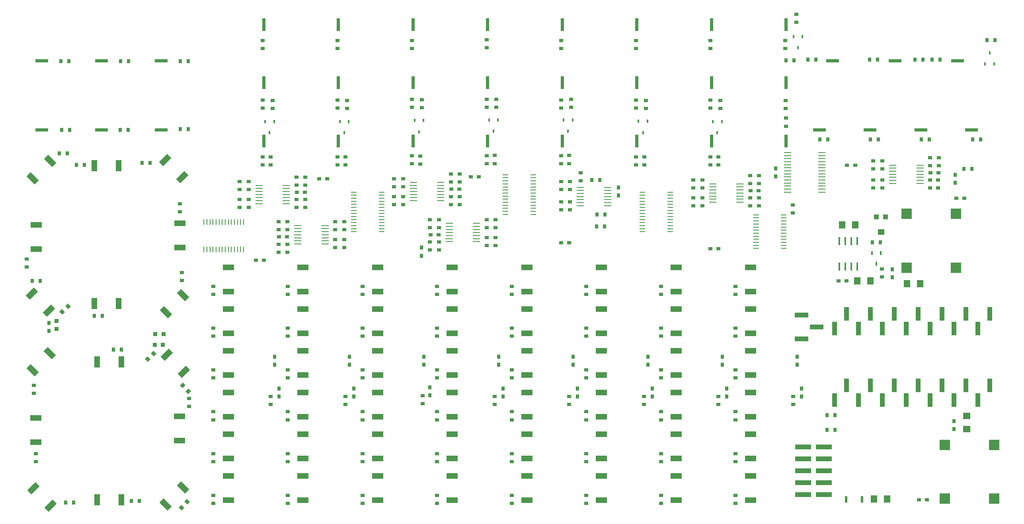
<source format=gbr>
G04 DipTrace 3.3.1.1*
G04 BottomPaste.gbr*
%MOIN*%
G04 #@! TF.FileFunction,Paste,Bot*
G04 #@! TF.Part,Single*
%AMOUTLINE2*
4,1,4,
0.017717,0.015748,
0.017717,-0.015748,
-0.017717,-0.015748,
-0.017717,0.015748,
0.017717,0.015748,
0*%
%AMOUTLINE5*
4,1,4,
0.015748,-0.017717,
-0.015748,-0.017717,
-0.015748,0.017717,
0.015748,0.017717,
0.015748,-0.017717,
0*%
%AMOUTLINE8*
4,1,4,
-0.017717,-0.015748,
-0.017717,0.015748,
0.017717,0.015748,
0.017717,-0.015748,
-0.017717,-0.015748,
0*%
%AMOUTLINE11*
4,1,4,
-0.001392,-0.023663,
-0.023663,-0.001392,
0.001392,0.023663,
0.023663,0.001392,
-0.001392,-0.023663,
0*%
%AMOUTLINE14*
4,1,4,
0.023663,-0.001392,
0.001392,-0.023663,
-0.023663,0.001392,
-0.001392,0.023663,
0.023663,-0.001392,
0*%
%AMOUTLINE17*
4,1,4,
-0.023663,0.001392,
-0.001392,0.023663,
0.023663,-0.001392,
0.001392,-0.023663,
-0.023663,0.001392,
0*%
%AMOUTLINE26*
4,1,4,
-0.016703,-0.050109,
-0.050109,-0.016703,
0.016703,0.050109,
0.050109,0.016703,
-0.016703,-0.050109,
0*%
%AMOUTLINE29*
4,1,0,
0.012352,0.0,
0*%
%AMOUTLINE32*
4,1,0,
0.0,0.012352,
0*%
%AMOUTLINE254*
4,1,4,
-0.050109,0.016703,
-0.016703,0.050109,
0.050109,-0.016703,
0.016703,-0.050109,
-0.050109,0.016703,
0*%
%AMOUTLINE257*
4,1,4,
0.050109,-0.016703,
0.016703,-0.050109,
-0.050109,0.016703,
-0.016703,0.050109,
0.050109,-0.016703,
0*%
%ADD68R,0.047244X0.094488*%
%ADD70R,0.094488X0.047244*%
%ADD72O,0.0X0.025591*%
%ADD74O,0.025591X0.0*%
%ADD76R,0.042126X0.117323*%
%ADD78R,0.062992X0.007874*%
%ADD80R,0.015748X0.070866*%
%ADD82R,0.090551X0.090551*%
%ADD88R,0.055118X0.051181*%
%ADD90R,0.03937X0.03937*%
%ADD92R,0.015748X0.031496*%
%ADD94R,0.017717X0.033465*%
%ADD96R,0.117323X0.042126*%
%ADD98R,0.137008X0.042126*%
%ADD100R,0.031496X0.110236*%
%ADD102R,0.110236X0.031496*%
%ADD108R,0.009843X0.050197*%
%ADD110R,0.047244X0.003937*%
%ADD112R,0.003937X0.047244*%
%ADD114R,0.003937X0.025591*%
%ADD116R,0.050197X0.009843*%
%ADD121R,0.023622X0.055118*%
%ADD123R,0.035433X0.031496*%
%ADD125R,0.055118X0.062992*%
%ADD127R,0.031496X0.035433*%
%ADD129R,0.062992X0.055118*%
%ADD136OUTLINE2*%
%ADD139OUTLINE5*%
%ADD142OUTLINE8*%
%ADD145OUTLINE11*%
%ADD148OUTLINE14*%
%ADD151OUTLINE17*%
%ADD160OUTLINE26*%
%ADD163OUTLINE29*%
%ADD166OUTLINE32*%
%ADD388OUTLINE254*%
%ADD391OUTLINE257*%
%FSLAX26Y26*%
G04*
G70*
G90*
G75*
G01*
G04 BotPaste*
%LPD*%
D129*
X-358021Y1056251D3*
Y1166487D3*
D127*
X-464272Y1056252D3*
Y1123181D3*
D125*
X-856890Y2276134D3*
X-746654D3*
D127*
X-980807Y2329037D3*
Y2395966D3*
D125*
X-1399606Y2769686D3*
X-1289370D3*
D123*
X-689272Y462501D3*
X-756201D3*
D125*
X-1133021Y468752D3*
X-1022785D3*
D127*
X-1958021Y3243751D3*
Y3176822D3*
D123*
X-1429528Y2301526D3*
X-1362598D3*
D127*
X-453346Y3122786D3*
Y3189715D3*
D123*
X-376772Y2993751D3*
X-443701D3*
D125*
X-1273228Y2301576D3*
X-1162992D3*
D127*
X-6153004Y1597276D3*
Y1664205D3*
X-5528004Y1597276D3*
Y1664205D3*
X-4903004Y1597276D3*
Y1664205D3*
X-4278004Y1597276D3*
Y1664205D3*
X-3653004Y1597276D3*
Y1664205D3*
X-3028004Y1597276D3*
Y1664205D3*
X-2403004Y1597276D3*
Y1664205D3*
X-1778004Y1597276D3*
Y1664205D3*
X-8042348Y1881462D3*
Y1948391D3*
D136*
X-7151772Y1854627D3*
X-7084843D3*
D127*
X-6115504Y1397276D3*
Y1330346D3*
X-5490504Y1397276D3*
Y1330346D3*
X-4851772Y1406251D3*
Y1339322D3*
X-4240504Y1397276D3*
Y1330346D3*
X-3615504Y1397276D3*
Y1330346D3*
X-2990504Y1397276D3*
Y1330346D3*
X-2365504Y1397276D3*
Y1330346D3*
X-1740504Y1397276D3*
Y1330346D3*
X-4923228Y2578741D3*
Y2511812D3*
D123*
X-3753986Y2618751D3*
X-3687056D3*
X-4510236Y3175001D3*
X-4443307D3*
X-2437056Y2568751D3*
X-2503986D3*
X-6243307Y2475000D3*
X-6310236D3*
X-5778987Y3156252D3*
X-5712058D3*
X-1358268Y3269686D3*
X-1291339D3*
X-4672736Y3068752D3*
X-4605807D3*
D127*
X-3271654Y3017718D3*
Y3084647D3*
D123*
X-4780807Y2687500D3*
X-4847736D3*
X-2166487Y3056252D3*
X-2099558D3*
X-5966486Y3043751D3*
X-5899556D3*
X-6049558Y2668751D3*
X-6116487D3*
X-659843Y3206252D3*
X-592913D3*
D139*
X-7979356Y1897210D3*
Y1964139D3*
D142*
X-7158022Y1762501D3*
X-7091093D3*
D121*
X-1234154Y467619D3*
X-1368012D3*
D116*
X-1889764Y2854332D3*
Y2828741D3*
Y2803151D3*
Y2777560D3*
Y2751970D3*
Y2726379D3*
Y2700789D3*
Y2675198D3*
Y2649608D3*
Y2624017D3*
Y2598427D3*
Y2572836D3*
X-2121102D3*
Y2598427D3*
Y2624017D3*
Y2649608D3*
Y2675198D3*
Y2700789D3*
Y2726379D3*
Y2751970D3*
Y2777560D3*
Y2803151D3*
Y2828741D3*
Y2854332D3*
D114*
X-1626772Y1050001D3*
X-1646457D3*
X-1666142D3*
X-1685827D3*
Y1174017D3*
X-1666142D3*
X-1646457D3*
X-1626772D3*
D112*
X-4937402Y2663387D3*
X-4957087D3*
X-4976772D3*
X-4996457D3*
X-5016142D3*
Y2836615D3*
X-4996457D3*
X-4976772D3*
X-4957087D3*
X-4937402D3*
D110*
X-3811024Y2710631D3*
Y2730316D3*
Y2750001D3*
Y2769686D3*
Y2789371D3*
X-3637795D3*
Y2769686D3*
Y2750001D3*
Y2730316D3*
Y2710631D3*
D112*
X-4516142Y3099114D3*
X-4496457D3*
X-4476772D3*
X-4457087D3*
X-4437402D3*
Y2925886D3*
X-4457087D3*
X-4476772D3*
X-4496457D3*
X-4516142D3*
X-2424902Y2650888D3*
X-2444587D3*
X-2464272D3*
X-2483957D3*
X-2503642D3*
Y2824117D3*
X-2483957D3*
X-2464272D3*
X-2444587D3*
X-2424902D3*
X-6231151Y2632138D3*
X-6250836D3*
X-6270521D3*
X-6290206D3*
X-6309891D3*
Y2805366D3*
X-6290206D3*
X-6270521D3*
X-6250836D3*
X-6231151D3*
X-5784892Y3080365D3*
X-5765207D3*
X-5745522D3*
X-5725837D3*
X-5706152D3*
Y2907136D3*
X-5725837D3*
X-5745522D3*
X-5765207D3*
X-5784892D3*
X-1368260Y3175642D3*
X-1348575D3*
X-1328890D3*
X-1309205D3*
X-1289520D3*
Y3002413D3*
X-1309205D3*
X-1328890D3*
X-1348575D3*
X-1368260D3*
D116*
X-5489272Y2712501D3*
Y2738092D3*
Y2763682D3*
Y2789273D3*
Y2814864D3*
Y2840454D3*
Y2866045D3*
Y2891635D3*
Y2917226D3*
Y2942816D3*
Y2968407D3*
Y2993997D3*
Y3019588D3*
Y3045178D3*
X-5257933D3*
Y3019588D3*
Y2993997D3*
Y2968407D3*
Y2942816D3*
Y2917226D3*
Y2891635D3*
Y2866045D3*
Y2840454D3*
Y2814864D3*
Y2789273D3*
Y2763682D3*
Y2738092D3*
Y2712501D3*
X-4218504Y2858269D3*
Y2883860D3*
Y2909450D3*
Y2935041D3*
Y2960631D3*
Y2986222D3*
Y3011812D3*
Y3037403D3*
Y3062993D3*
Y3088584D3*
Y3114175D3*
Y3139765D3*
Y3165356D3*
Y3190946D3*
X-3987165D3*
Y3165356D3*
Y3139765D3*
Y3114175D3*
Y3088584D3*
Y3062993D3*
Y3037403D3*
Y3011812D3*
Y2986222D3*
Y2960631D3*
Y2935041D3*
Y2909450D3*
Y2883860D3*
Y2858269D3*
X-3072835Y2712600D3*
Y2738190D3*
Y2763781D3*
Y2789371D3*
Y2814962D3*
Y2840552D3*
Y2866143D3*
Y2891734D3*
Y2917324D3*
Y2942915D3*
Y2968505D3*
Y2994096D3*
Y3019686D3*
Y3045277D3*
X-2841496D3*
Y3019686D3*
Y2994096D3*
Y2968505D3*
Y2942915D3*
Y2917324D3*
Y2891734D3*
Y2866143D3*
Y2840552D3*
Y2814962D3*
Y2789371D3*
Y2763781D3*
Y2738190D3*
Y2712600D3*
D108*
X-6745521Y2793751D3*
X-6719930D3*
X-6694340D3*
X-6668749D3*
X-6643159D3*
X-6617568D3*
X-6591978D3*
X-6566387D3*
X-6540797D3*
X-6515206D3*
X-6489615D3*
X-6464025D3*
X-6438434D3*
X-6412844D3*
Y2562412D3*
X-6438434D3*
X-6464025D3*
X-6489615D3*
X-6515206D3*
X-6540797D3*
X-6566387D3*
X-6591978D3*
X-6617568D3*
X-6643159D3*
X-6668749D3*
X-6694340D3*
X-6719930D3*
X-6745521D3*
D102*
X-1590354Y3566930D3*
X-740353D3*
X-8101772Y4147639D3*
Y3566930D3*
X-7601772Y4147639D3*
Y3566930D3*
D100*
X-6243996Y3962501D3*
X-5618996D3*
X-4993996D3*
X-4368996D3*
X-6243996Y4450001D3*
X-5618996D3*
X-4993996D3*
X-4368996D3*
D102*
X-1165354Y3566930D3*
X-315353D3*
X-1480118Y4147639D3*
X-956693D3*
X-7101772D3*
Y3566930D3*
D100*
X-3743996Y3962501D3*
X-3118996D3*
X-2493996D3*
X-1868996D3*
X-3743996Y4450001D3*
X-3118996D3*
X-2493996D3*
X-1868996D3*
X-6243996Y3475001D3*
X-5618996D3*
X-4993996D3*
X-4368996D3*
X-3743996D3*
X-3118996D3*
X-2493996D3*
X-1868996D3*
D102*
X-433268Y4147639D3*
D98*
X-1551770Y906252D3*
Y806252D3*
Y706252D3*
Y606252D3*
Y506252D3*
X-1726573D3*
Y606252D3*
Y706252D3*
Y806252D3*
Y906252D3*
D96*
X-1739272Y2012501D3*
X-1614075Y1912501D3*
X-1739272Y1812501D3*
D94*
X-1151575Y2533466D3*
X-1076772D3*
X-1114173Y2442915D3*
D92*
X-6233021Y3637501D3*
X-6157824D3*
X-6195423Y3543013D3*
X-5608021Y3637501D3*
X-5532824D3*
X-5570423Y3543013D3*
X-4980806Y3645967D3*
X-4905609D3*
X-4943207Y3551479D3*
X-4358021Y3650001D3*
X-4282824D3*
X-4320423Y3555513D3*
X-3733021Y3650001D3*
X-3657824D3*
X-3695423Y3555513D3*
X-3105807Y3639717D3*
X-3030610D3*
X-3068209Y3545228D3*
X-2483022Y3637501D3*
X-2407825D3*
X-2445424Y3543013D3*
X-1808021Y4350001D3*
X-1732824D3*
X-1770423Y4255513D3*
X-126772Y4118752D3*
X-201969D3*
X-164370Y4213240D3*
D123*
X-1814272Y2868751D3*
Y2935680D3*
D127*
X-1526772Y1050001D3*
X-1459843D3*
X-1526772Y1175001D3*
X-1459843D3*
D123*
X-6251772Y3275001D3*
Y3341930D3*
X-5626772Y3275001D3*
Y3341930D3*
X-5001772Y3283072D3*
Y3350001D3*
X-4376772Y3283072D3*
Y3350001D3*
X-1064961Y2332678D3*
Y2399608D3*
D127*
X-1145669Y2624017D3*
X-1078740D3*
X-378543Y3238928D3*
X-311614D3*
D123*
X-3751772Y3283072D3*
Y3350001D3*
X-3126772Y3275001D3*
Y3341930D3*
X-2501772Y3275001D3*
Y3341930D3*
X-1870079Y3665356D3*
Y3598427D3*
D127*
X-647244Y4155415D3*
X-580315D3*
X-1521259Y3487895D3*
X-1588188D3*
X-671259D3*
X-738188D3*
X-7876772Y4144096D3*
X-7943701D3*
X-7868307Y3566537D3*
X-7935236D3*
X-7376772Y4144096D3*
X-7443701D3*
X-7380807Y3566537D3*
X-7447736D3*
D123*
X-6251772Y3750001D3*
Y3816930D3*
X-5626772Y3750001D3*
Y3816930D3*
X-5001772Y3758072D3*
Y3825001D3*
X-4376772Y3758072D3*
Y3825001D3*
X-6251772Y4250001D3*
Y4316930D3*
X-5626772Y4250001D3*
Y4316930D3*
X-5001772Y4250001D3*
Y4316930D3*
X-4376772Y4258072D3*
Y4325001D3*
D127*
X-1096259Y3487895D3*
X-1163188D3*
X-240008Y3487894D3*
X-306937D3*
X-1686024Y4155415D3*
X-1619094D3*
X-1170669D3*
X-1103740D3*
X-6876772Y4144096D3*
X-6943701D3*
X-6876772Y3575001D3*
X-6943701D3*
D123*
X-3751772Y3750001D3*
Y3816930D3*
X-3126772Y3750001D3*
Y3816930D3*
X-2501772Y3750001D3*
Y3816930D3*
X-1872047Y3748033D3*
Y3814962D3*
X-3751772Y4250001D3*
Y4316930D3*
X-3126772Y4250001D3*
Y4316930D3*
X-2501772Y4250001D3*
Y4316930D3*
X-1876772Y4250001D3*
Y4316930D3*
X-4676772Y2941537D3*
Y3008466D3*
D127*
X-3387795Y2858269D3*
X-3454724D3*
D123*
X-4776772Y2814715D3*
Y2747786D3*
X-2170521Y2929038D3*
Y2995967D3*
X-5970521Y2916535D3*
Y2983465D3*
X-6045521Y2795966D3*
Y2729037D3*
X-663878Y3079037D3*
Y3145966D3*
X-4601772Y3008466D3*
Y2941537D3*
D127*
X-3456693Y2755907D3*
X-3389764D3*
D123*
X-4851772Y2747786D3*
Y2814715D3*
X-2095521Y2995967D3*
Y2929038D3*
X-5895522Y2983465D3*
Y2916535D3*
X-6120521Y2729037D3*
Y2795966D3*
X-595129Y3145966D3*
Y3079037D3*
X-6186469Y1263811D3*
Y1330740D3*
X-5561469Y1263811D3*
Y1330740D3*
X-4914272Y1268749D3*
Y1335678D3*
X-4311469Y1263811D3*
Y1330740D3*
X-3686469Y1263811D3*
Y1330740D3*
X-3061469Y1263811D3*
Y1330740D3*
X-2436469Y1263811D3*
Y1330740D3*
X-1811469Y1263811D3*
Y1330740D3*
X-6667571Y434430D3*
Y501360D3*
X-6042571Y434430D3*
Y501360D3*
X-5417571Y434430D3*
Y501360D3*
X-4792571Y434430D3*
Y501360D3*
X-4167571Y434430D3*
Y501360D3*
X-3542571Y434430D3*
Y501360D3*
X-2917571Y434430D3*
Y501360D3*
X-2292571Y434430D3*
Y501360D3*
X-6667571Y784844D3*
Y851773D3*
X-6042571Y784844D3*
Y851773D3*
X-5417571Y784844D3*
Y851773D3*
X-4792571Y784844D3*
Y851773D3*
X-4167571Y784844D3*
Y851773D3*
X-3542571Y784844D3*
Y851773D3*
X-2917571Y784844D3*
Y851773D3*
X-2292571Y784844D3*
Y851773D3*
X-6667571Y1135257D3*
Y1202186D3*
X-6042571Y1135257D3*
Y1202186D3*
X-5417571Y1135257D3*
Y1202186D3*
X-4792571Y1135257D3*
Y1202186D3*
X-4167571Y1135257D3*
Y1202186D3*
X-3542571Y1135257D3*
Y1202186D3*
X-2917571Y1135257D3*
Y1202186D3*
X-2292571Y1135257D3*
Y1202186D3*
X-6667571Y1485671D3*
Y1552600D3*
X-6042571Y1485671D3*
Y1552600D3*
X-5417571Y1485671D3*
Y1552600D3*
X-4792571Y1485671D3*
Y1552600D3*
X-4167571Y1485671D3*
Y1552600D3*
X-3542571Y1485671D3*
Y1552600D3*
X-2917571Y1485671D3*
Y1552600D3*
X-2292571Y1485671D3*
Y1552600D3*
X-6667571Y1836084D3*
Y1903013D3*
X-6042571Y1836084D3*
Y1903013D3*
X-5417571Y1836084D3*
Y1903013D3*
X-4792571Y1836084D3*
Y1903013D3*
X-4167571Y1836084D3*
Y1903013D3*
X-3542571Y1836084D3*
Y1903013D3*
X-2917571Y1836084D3*
Y1903013D3*
X-2292571Y1836084D3*
Y1903013D3*
X-6667571Y2186497D3*
Y2253427D3*
X-6042571Y2186497D3*
Y2253427D3*
X-5417571Y2186497D3*
Y2253427D3*
X-4792571Y2186497D3*
Y2253427D3*
X-4167571Y2186497D3*
Y2253427D3*
X-3542571Y2186497D3*
Y2253427D3*
X-2917571Y2186497D3*
Y2253427D3*
X-2292571Y2186497D3*
Y2253427D3*
X-6930143Y2371619D3*
Y2304690D3*
X-8170169Y1358029D3*
Y1424958D3*
D127*
X-7597466Y2007446D3*
X-7664395D3*
X-7502846Y1722202D3*
X-7435917D3*
X-8117151Y2298785D3*
X-8184080D3*
D145*
X-6876772Y1375000D3*
X-6924097Y1422325D3*
D123*
X-8231324Y2416895D3*
Y2483824D3*
X-6868988Y1312753D3*
Y1245824D3*
D127*
X-7814001Y3275163D3*
X-7747072D3*
X-7286311Y454486D3*
X-7353240D3*
X-7262820Y3290911D3*
X-7195891D3*
X-7837492Y438738D3*
X-7904421D3*
X-7888804Y3369651D3*
X-7955734D3*
D148*
X-6885129Y445416D3*
X-6932454Y398091D3*
D123*
X-6945891Y2946423D3*
Y2879493D3*
X-8154421Y783226D3*
Y850155D3*
X-5076772Y2941537D3*
Y3008466D3*
X-3678346Y2898378D3*
Y2965307D3*
X-4376772Y2814715D3*
Y2747786D3*
X-2570521Y2929038D3*
Y2995967D3*
X-6370521Y2916535D3*
Y2983465D3*
X-5645521Y2795966D3*
Y2729037D3*
X-1063878Y3079037D3*
Y3145966D3*
X-5151772Y3008466D3*
Y2941537D3*
X-3753346Y2965307D3*
Y2898378D3*
X-4301772Y2747786D3*
Y2814715D3*
X-2645522Y2995967D3*
Y2929038D3*
X-6445521Y2983465D3*
Y2916535D3*
X-5570522Y2729037D3*
Y2795966D3*
X-1138878Y3145966D3*
Y3079037D3*
X-5076772Y3158466D3*
Y3091537D3*
X-3678346Y3134056D3*
Y3067127D3*
X-4376772Y2597786D3*
Y2664715D3*
X-2570521Y3145967D3*
Y3079038D3*
X-6370521Y3133465D3*
Y3066535D3*
X-5645521Y2579037D3*
Y2645966D3*
X-1063878Y3308466D3*
Y3241537D3*
X-6170522Y3745572D3*
Y3812501D3*
X-5545524Y3745572D3*
Y3812501D3*
X-4918307Y3754038D3*
Y3820967D3*
X-4295524Y3758072D3*
Y3825001D3*
X-3670524Y3758072D3*
Y3825001D3*
X-3043307Y3747787D3*
Y3814717D3*
X-2420522Y3745572D3*
Y3812501D3*
X-1783021Y4468752D3*
Y4535681D3*
D127*
X-118307Y4320966D3*
X-185236D3*
D123*
X-6185236Y3272786D3*
Y3339715D3*
X-5560238Y3272786D3*
Y3339715D3*
X-4933021Y3281252D3*
Y3348181D3*
X-4310236Y3285286D3*
Y3352215D3*
X-3685236Y3285286D3*
Y3352215D3*
X-3058021Y3275001D3*
Y3341930D3*
X-2435236Y3272786D3*
Y3339715D3*
D127*
X-1870522Y4150001D3*
X-1803593D3*
X-789272Y4156252D3*
X-722343D3*
D123*
X-5151772Y3091537D3*
Y3158466D3*
X-3753346Y3067127D3*
Y3134056D3*
X-4301772Y2664715D3*
Y2597786D3*
X-2645522Y3079038D3*
Y3145967D3*
X-6445521Y3066535D3*
Y3133465D3*
X-5570522Y2579037D3*
Y2645966D3*
X-1138878Y3241537D3*
Y3308466D3*
X-4676772Y3195966D3*
Y3129037D3*
D127*
X-3431102Y3147639D3*
X-3498031D3*
D123*
X-4776772Y2560285D3*
Y2627214D3*
X-2170521Y3183466D3*
Y3116537D3*
X-5970521Y3170966D3*
Y3104037D3*
X-6045521Y2541537D3*
Y2608466D3*
X-663878Y3333466D3*
Y3266537D3*
X-4601772Y3129037D3*
Y3195966D3*
X-3588583Y3139765D3*
Y3206694D3*
X-4851772Y2627214D3*
Y2560285D3*
X-2095521Y3116537D3*
Y3183466D3*
X-5895522Y3104037D3*
Y3170966D3*
X-6120521Y2608466D3*
Y2541537D3*
X-588878Y3266537D3*
Y3333466D3*
D151*
X-7932112Y2038942D3*
X-7884786Y2086268D3*
X-7168201Y1690706D3*
X-7215526Y1643381D3*
D90*
X-1114272Y2837501D3*
D88*
X-1074902Y2710729D3*
D90*
X-1035531Y2837462D3*
D82*
X-126772Y925000D3*
X-540157D3*
Y472244D3*
X-126772D3*
D80*
X-1423228Y2633860D3*
X-1373228D3*
X-1323228D3*
X-1273228D3*
Y2421261D3*
X-1323228D3*
X-1373228D3*
X-1423228D3*
D82*
X-445521Y2862501D3*
X-858907D3*
Y2409745D3*
X-445521D3*
D78*
X-1854970Y3044539D3*
Y3070130D3*
Y3095720D3*
Y3121311D3*
Y3146902D3*
Y3172492D3*
Y3198083D3*
Y3223673D3*
Y3249264D3*
Y3274854D3*
Y3300445D3*
Y3326035D3*
Y3351626D3*
Y3377217D3*
X-1571497D3*
X-1571505Y3351626D3*
Y3326035D3*
Y3300445D3*
Y3274854D3*
Y3249264D3*
Y3223673D3*
Y3198083D3*
Y3172492D3*
Y3146902D3*
Y3121311D3*
Y3095720D3*
Y3070130D3*
Y3044539D3*
D76*
X-161664Y1424165D3*
X-261655Y1299146D3*
X-361655Y1424146D3*
X-461655Y1299146D3*
X-561655Y1424146D3*
X-661655Y1299146D3*
X-761655Y1424146D3*
X-861655Y1299146D3*
X-961655Y1424146D3*
X-1061655Y1299146D3*
X-1161655Y1424146D3*
X-1261655Y1299146D3*
X-1361655Y1424146D3*
X-1461664Y1299165D3*
X-1461655Y1899146D3*
X-1361655Y2024146D3*
X-1261655Y1899146D3*
X-1161655Y2024146D3*
X-1061655Y1899146D3*
X-961655Y2024146D3*
X-861655Y1899146D3*
X-761655Y2024146D3*
X-661655Y1899146D3*
X-561655Y2024146D3*
X-461655Y1899146D3*
X-361655Y2024146D3*
X-261655Y1899146D3*
X-161664Y2024165D3*
D74*
X-289272Y3043751D3*
Y3059499D3*
Y3075247D3*
Y3090995D3*
Y3106743D3*
D72*
X-264469Y3131546D3*
X-248720D3*
X-232972D3*
X-217224D3*
X-201476D3*
D74*
X-176673Y3106743D3*
Y3090995D3*
Y3075247D3*
Y3059499D3*
Y3043751D3*
D72*
X-201476Y3018948D3*
X-217224D3*
X-232972D3*
X-248720D3*
X-264469D3*
D70*
X-6540849Y1714401D3*
Y1509676D3*
X-5915849Y1714401D3*
Y1509676D3*
X-5290849Y1714401D3*
Y1509676D3*
X-4665849Y1714401D3*
Y1509676D3*
X-4040849Y1714401D3*
Y1509676D3*
X-3415849Y1714401D3*
Y1509676D3*
X-2790849Y1714401D3*
Y1509676D3*
X-2165849Y1714401D3*
Y1509676D3*
X-6540849Y1364401D3*
Y1159676D3*
X-5915849Y1364401D3*
Y1159676D3*
X-5290849Y1364401D3*
Y1159676D3*
X-4665849Y1364401D3*
Y1159676D3*
X-4040849Y1364401D3*
Y1159676D3*
X-3415849Y1364401D3*
Y1159676D3*
X-2790849Y1364401D3*
Y1159676D3*
X-2165849Y1364401D3*
Y1159676D3*
X-6540849Y1014401D3*
Y809676D3*
X-5915849Y1014401D3*
Y809676D3*
X-5290849Y1014401D3*
Y809676D3*
X-4665849Y1014401D3*
Y809676D3*
X-4040849Y1014401D3*
Y809676D3*
X-3415849Y1014401D3*
Y809676D3*
X-2790849Y1014401D3*
Y809676D3*
X-2165849Y1014401D3*
Y809676D3*
X-6540849Y664401D3*
Y459676D3*
X-5915849Y664401D3*
Y459676D3*
X-5290849Y664401D3*
Y459676D3*
X-4665849Y664401D3*
Y459676D3*
X-4040849Y664401D3*
Y459676D3*
X-3415849Y664401D3*
Y459676D3*
X-2790849Y664401D3*
Y459676D3*
X-2165849Y664401D3*
Y459676D3*
X-8150157Y2566093D3*
Y2770817D3*
X-6950155Y1163555D3*
Y958831D3*
D160*
X-8187101Y2193999D3*
X-8042339Y2049236D3*
X-6913211Y1535650D3*
X-7057974Y1680412D3*
D68*
X-7664394Y2109807D3*
X-7459670D3*
X-7435918Y1619841D3*
X-7640643D3*
D163*
X-7869856Y1905084D3*
Y1920832D3*
Y1936580D3*
Y1952328D3*
Y1968076D3*
D166*
X-7845052Y1992879D3*
X-7829304D3*
X-7813556D3*
X-7797808D3*
X-7782060D3*
D163*
X-7757257Y1968076D3*
Y1952328D3*
Y1936580D3*
Y1920832D3*
Y1905084D3*
D166*
X-7782060Y1880281D3*
X-7797808D3*
X-7813556D3*
X-7829304D3*
X-7845052D3*
D163*
X-7230509Y1824564D3*
Y1808816D3*
Y1793068D3*
Y1777320D3*
Y1761572D3*
D166*
X-7255312Y1736769D3*
X-7271060D3*
X-7286808D3*
X-7302556D3*
X-7318304D3*
D163*
X-7343108Y1761572D3*
Y1777320D3*
Y1793068D3*
Y1808816D3*
Y1824564D3*
D166*
X-7318304Y1849367D3*
X-7302556D3*
X-7286808D3*
X-7271060D3*
X-7255312D3*
D388*
X-6918790Y2180675D3*
X-7063552Y2035912D3*
X-8181522Y1548974D3*
X-8036760Y1693736D3*
D70*
X-6947860Y2783838D3*
Y2579113D3*
X-8152453Y945811D3*
Y1150535D3*
D391*
X-8034474Y3306659D3*
X-8179236Y3161896D3*
X-7065839Y422990D3*
X-6921076Y567752D3*
D160*
X-7071417Y3314533D3*
X-6926655Y3169770D3*
X-8028895Y415115D3*
X-8173657Y559878D3*
D68*
X-7664394Y3267289D3*
X-7459670D3*
X-7435918Y462360D3*
X-7640643D3*
D74*
X-6173822Y1490681D3*
Y1474933D3*
Y1459185D3*
Y1443437D3*
Y1427689D3*
D72*
X-6198625Y1402886D3*
X-6214373D3*
X-6230121D3*
X-6245869D3*
X-6261617D3*
D74*
X-6286420Y1427689D3*
Y1443437D3*
Y1459185D3*
Y1474933D3*
Y1490681D3*
D72*
X-6261617Y1515484D3*
X-6245869D3*
X-6230121D3*
X-6214373D3*
X-6198625D3*
D74*
X-5548822Y1490681D3*
Y1474933D3*
Y1459185D3*
Y1443437D3*
Y1427689D3*
D72*
X-5573625Y1402886D3*
X-5589373D3*
X-5605121D3*
X-5620869D3*
X-5636617D3*
D74*
X-5661420Y1427689D3*
Y1443437D3*
Y1459185D3*
Y1474933D3*
Y1490681D3*
D72*
X-5636617Y1515484D3*
X-5620869D3*
X-5605121D3*
X-5589373D3*
X-5573625D3*
D74*
X-4911322Y1490681D3*
Y1474933D3*
Y1459185D3*
Y1443437D3*
Y1427689D3*
D72*
X-4936125Y1402886D3*
X-4951873D3*
X-4967621D3*
X-4983369D3*
X-4999117D3*
D74*
X-5023920Y1427689D3*
Y1443437D3*
Y1459185D3*
Y1474933D3*
Y1490681D3*
D72*
X-4999117Y1515484D3*
X-4983369D3*
X-4967621D3*
X-4951873D3*
X-4936125D3*
D74*
X-4298822Y1490681D3*
Y1474933D3*
Y1459185D3*
Y1443437D3*
Y1427689D3*
D72*
X-4323625Y1402886D3*
X-4339373D3*
X-4355121D3*
X-4370869D3*
X-4386617D3*
D74*
X-4411420Y1427689D3*
Y1443437D3*
Y1459185D3*
Y1474933D3*
Y1490681D3*
D72*
X-4386617Y1515484D3*
X-4370869D3*
X-4355121D3*
X-4339373D3*
X-4323625D3*
D74*
X-3673822Y1490681D3*
Y1474933D3*
Y1459185D3*
Y1443437D3*
Y1427689D3*
D72*
X-3698625Y1402886D3*
X-3714373D3*
X-3730121D3*
X-3745869D3*
X-3761617D3*
D74*
X-3786420Y1427689D3*
Y1443437D3*
Y1459185D3*
Y1474933D3*
Y1490681D3*
D72*
X-3761617Y1515484D3*
X-3745869D3*
X-3730121D3*
X-3714373D3*
X-3698625D3*
D74*
X-3048822Y1490681D3*
Y1474933D3*
Y1459185D3*
Y1443437D3*
Y1427689D3*
D72*
X-3073625Y1402886D3*
X-3089373D3*
X-3105121D3*
X-3120869D3*
X-3136617D3*
D74*
X-3161420Y1427689D3*
Y1443437D3*
Y1459185D3*
Y1474933D3*
Y1490681D3*
D72*
X-3136617Y1515484D3*
X-3120869D3*
X-3105121D3*
X-3089373D3*
X-3073625D3*
D74*
X-2423822Y1490681D3*
Y1474933D3*
Y1459185D3*
Y1443437D3*
Y1427689D3*
D72*
X-2448625Y1402886D3*
X-2464373D3*
X-2480121D3*
X-2495869D3*
X-2511617D3*
D74*
X-2536420Y1427689D3*
Y1443437D3*
Y1459185D3*
Y1474933D3*
Y1490681D3*
D72*
X-2511617Y1515484D3*
X-2495869D3*
X-2480121D3*
X-2464373D3*
X-2448625D3*
D74*
X-1798822Y1490681D3*
Y1474933D3*
Y1459185D3*
Y1443437D3*
Y1427689D3*
D72*
X-1823625Y1402886D3*
X-1839373D3*
X-1855121D3*
X-1870869D3*
X-1886617D3*
D74*
X-1911420Y1427689D3*
Y1443437D3*
Y1459185D3*
Y1474933D3*
Y1490681D3*
D72*
X-1886617Y1515484D3*
X-1870869D3*
X-1855121D3*
X-1839373D3*
X-1823625D3*
D78*
X-4990945Y2973230D3*
Y2998820D3*
Y3024411D3*
Y3050001D3*
Y3075592D3*
Y3101182D3*
X-4990937Y3126773D3*
X-4762598D3*
Y3101182D3*
Y3075592D3*
Y3050001D3*
Y3024411D3*
Y2998820D3*
Y2973230D3*
X-3592520Y2931104D3*
Y2956694D3*
Y2982285D3*
Y3007875D3*
Y3033466D3*
Y3059056D3*
X-3592512Y3084647D3*
X-3364173D3*
Y3059056D3*
Y3033466D3*
Y3007875D3*
Y2982285D3*
Y2956694D3*
Y2931104D3*
X-4462598Y2783022D3*
Y2757432D3*
Y2731841D3*
Y2706251D3*
Y2680660D3*
Y2655070D3*
X-4462606Y2629479D3*
X-4690945D3*
Y2655070D3*
Y2680660D3*
Y2706251D3*
Y2731841D3*
Y2757432D3*
Y2783022D3*
X-2484694Y2960730D3*
Y2986320D3*
Y3011911D3*
Y3037501D3*
Y3063092D3*
Y3088682D3*
X-2484686Y3114273D3*
X-2256348D3*
Y3088682D3*
Y3063092D3*
Y3037501D3*
Y3011911D3*
Y2986320D3*
Y2960730D3*
X-6284694Y2948230D3*
Y2973820D3*
Y2999411D3*
Y3025001D3*
Y3050592D3*
Y3076182D3*
X-6284686Y3101773D3*
X-6056348D3*
Y3076182D3*
Y3050592D3*
Y3025001D3*
Y2999411D3*
Y2973820D3*
Y2948230D3*
X-5731348Y2764273D3*
Y2738682D3*
Y2713092D3*
Y2687501D3*
Y2661911D3*
Y2636320D3*
X-5731356Y2610730D3*
X-5959694D3*
Y2636320D3*
Y2661911D3*
Y2687501D3*
Y2713092D3*
Y2738682D3*
Y2764273D3*
X-976378Y3118112D3*
Y3143702D3*
Y3169293D3*
Y3194883D3*
Y3220474D3*
Y3246064D3*
X-976370Y3271655D3*
X-748031D3*
Y3246064D3*
Y3220474D3*
Y3194883D3*
Y3169293D3*
Y3143702D3*
Y3118112D3*
D70*
X-6540849Y2414401D3*
Y2209676D3*
X-5915849Y2414401D3*
Y2209676D3*
X-5290849Y2414401D3*
Y2209676D3*
X-4665849Y2414401D3*
Y2209676D3*
X-4040849Y2414401D3*
Y2209676D3*
X-3415849Y2414401D3*
Y2209676D3*
X-2790849Y2414401D3*
Y2209676D3*
X-2165849Y2414401D3*
Y2209676D3*
X-6540849Y2064401D3*
Y1859676D3*
X-5915849Y2064401D3*
Y1859676D3*
X-5290849Y2064401D3*
Y1859676D3*
X-4665849Y2064401D3*
Y1859676D3*
X-4040849Y2064401D3*
Y1859676D3*
X-3415849Y2064401D3*
Y1859676D3*
X-2790849Y2064401D3*
Y1859676D3*
X-2165849Y2064401D3*
Y1859676D3*
M02*

</source>
